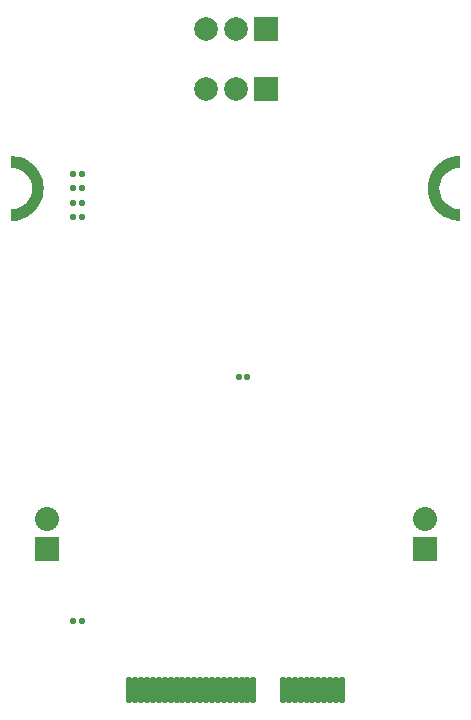
<source format=gbr>
%TF.GenerationSoftware,KiCad,Pcbnew,7.0.6*%
%TF.CreationDate,2023-08-17T07:33:22+09:30*%
%TF.ProjectId,spe-source,7370652d-736f-4757-9263-652e6b696361,V1.0*%
%TF.SameCoordinates,Original*%
%TF.FileFunction,Soldermask,Bot*%
%TF.FilePolarity,Negative*%
%FSLAX46Y46*%
G04 Gerber Fmt 4.6, Leading zero omitted, Abs format (unit mm)*
G04 Created by KiCad (PCBNEW 7.0.6) date 2023-08-17 07:33:22*
%MOMM*%
%LPD*%
G01*
G04 APERTURE LIST*
G04 Aperture macros list*
%AMRoundRect*
0 Rectangle with rounded corners*
0 $1 Rounding radius*
0 $2 $3 $4 $5 $6 $7 $8 $9 X,Y pos of 4 corners*
0 Add a 4 corners polygon primitive as box body*
4,1,4,$2,$3,$4,$5,$6,$7,$8,$9,$2,$3,0*
0 Add four circle primitives for the rounded corners*
1,1,$1+$1,$2,$3*
1,1,$1+$1,$4,$5*
1,1,$1+$1,$6,$7*
1,1,$1+$1,$8,$9*
0 Add four rect primitives between the rounded corners*
20,1,$1+$1,$2,$3,$4,$5,0*
20,1,$1+$1,$4,$5,$6,$7,0*
20,1,$1+$1,$6,$7,$8,$9,0*
20,1,$1+$1,$8,$9,$2,$3,0*%
G04 Aperture macros list end*
%ADD10R,2.000000X2.000000*%
%ADD11C,2.000000*%
%ADD12R,2.032000X2.032000*%
%ADD13O,2.032000X2.032000*%
%ADD14RoundRect,0.101600X-0.175000X-0.975000X0.175000X-0.975000X0.175000X0.975000X-0.175000X0.975000X0*%
%ADD15C,0.657200*%
%ADD16RoundRect,0.125000X-0.130000X0.125000X-0.130000X-0.125000X0.130000X-0.125000X0.130000X0.125000X0*%
%ADD17RoundRect,0.125000X0.130000X-0.125000X0.130000X0.125000X-0.130000X0.125000X-0.130000X-0.125000X0*%
G04 APERTURE END LIST*
%TO.C,X2*%
G36*
X100711752Y-57343704D02*
G01*
X101052379Y-57459331D01*
X101375000Y-57618430D01*
X101674094Y-57818278D01*
X101944544Y-58055456D01*
X102181722Y-58325906D01*
X102381570Y-58625000D01*
X102540669Y-58947621D01*
X102656296Y-59288248D01*
X102726473Y-59641053D01*
X102750000Y-60000000D01*
X102726473Y-60358947D01*
X102656296Y-60711752D01*
X102540669Y-61052379D01*
X102381570Y-61375000D01*
X102181722Y-61674094D01*
X101944544Y-61944544D01*
X101674094Y-62181722D01*
X101375000Y-62381570D01*
X101052379Y-62540669D01*
X100711752Y-62656296D01*
X100358947Y-62726473D01*
X100000000Y-62750000D01*
X100000000Y-61750000D01*
X100303884Y-61723414D01*
X100598535Y-61644462D01*
X100875000Y-61515544D01*
X101124878Y-61340578D01*
X101340578Y-61124878D01*
X101515544Y-60875000D01*
X101644462Y-60598535D01*
X101723414Y-60303884D01*
X101750000Y-60000000D01*
X101723414Y-59696116D01*
X101644462Y-59401465D01*
X101515544Y-59125000D01*
X101340578Y-58875122D01*
X101124878Y-58659422D01*
X100875000Y-58484456D01*
X100598535Y-58355538D01*
X100303884Y-58276586D01*
X100000000Y-58250000D01*
X100000000Y-57250000D01*
X100711752Y-57343704D01*
G37*
G36*
X138000000Y-58250000D02*
G01*
X137696116Y-58276586D01*
X137401465Y-58355538D01*
X137125000Y-58484456D01*
X136875122Y-58659422D01*
X136659422Y-58875122D01*
X136484456Y-59125000D01*
X136355538Y-59401465D01*
X136276586Y-59696116D01*
X136250000Y-60000000D01*
X136276586Y-60303884D01*
X136355538Y-60598535D01*
X136484456Y-60875000D01*
X136659422Y-61124878D01*
X136875122Y-61340578D01*
X137125000Y-61515544D01*
X137401465Y-61644462D01*
X137696116Y-61723414D01*
X138000000Y-61750000D01*
X138000000Y-62750000D01*
X137288248Y-62656296D01*
X136947621Y-62540669D01*
X136625000Y-62381570D01*
X136325906Y-62181722D01*
X136055456Y-61944544D01*
X135818278Y-61674094D01*
X135618430Y-61375000D01*
X135459331Y-61052379D01*
X135343704Y-60711752D01*
X135273527Y-60358947D01*
X135250000Y-60000000D01*
X135273527Y-59641053D01*
X135343704Y-59288248D01*
X135459331Y-58947621D01*
X135618430Y-58625000D01*
X135818278Y-58325906D01*
X136055456Y-58055456D01*
X136325906Y-57818278D01*
X136625000Y-57618430D01*
X136947621Y-57459331D01*
X137288248Y-57343704D01*
X137641053Y-57273527D01*
X138000000Y-57250000D01*
X138000000Y-58250000D01*
G37*
%TD*%
D10*
%TO.C,J1*%
X121540000Y-51580000D03*
X121540000Y-46500000D03*
D11*
X119000000Y-51580000D03*
X119000000Y-46500000D03*
X116460000Y-51580000D03*
X116460000Y-46500000D03*
%TD*%
D12*
%TO.C,P1*%
X135000000Y-90500000D03*
D13*
X135000000Y-87960000D03*
%TD*%
D14*
%TO.C,X2*%
X128000000Y-102475000D03*
X127500000Y-102475000D03*
X127000000Y-102475000D03*
X126500000Y-102475000D03*
X126000000Y-102475000D03*
X125500000Y-102475000D03*
X125000000Y-102475000D03*
X124500000Y-102475000D03*
X124000000Y-102475000D03*
X123500000Y-102475000D03*
X123000000Y-102475000D03*
X120500000Y-102475000D03*
X120000000Y-102475000D03*
X119500000Y-102475000D03*
X119000000Y-102475000D03*
X118500000Y-102475000D03*
X118000000Y-102475000D03*
X117500000Y-102475000D03*
X117000000Y-102475000D03*
X116500000Y-102475000D03*
X116000000Y-102475000D03*
X115500000Y-102475000D03*
X115000000Y-102475000D03*
X114500000Y-102475000D03*
X114000000Y-102475000D03*
X113500000Y-102475000D03*
X113000000Y-102475000D03*
X112500000Y-102475000D03*
X112000000Y-102475000D03*
X111500000Y-102475000D03*
X111000000Y-102475000D03*
X110500000Y-102475000D03*
X110000000Y-102475000D03*
D15*
X101000000Y-57900000D03*
X101000000Y-62100000D03*
X102300000Y-60000000D03*
X135700000Y-60000000D03*
X137000000Y-57900000D03*
X137000000Y-62100000D03*
%TD*%
D12*
%TO.C,P2*%
X103000000Y-90525000D03*
D13*
X103000000Y-87985000D03*
%TD*%
D16*
%TO.C,SL4*%
X119250000Y-76000000D03*
X119950000Y-76000000D03*
%TD*%
D17*
%TO.C,SL2*%
X105950000Y-96600000D03*
X105250000Y-96600000D03*
%TD*%
D16*
%TO.C,SL3*%
X105250000Y-58800000D03*
X105950000Y-58800000D03*
%TD*%
%TO.C,SL7*%
X105250000Y-61200000D03*
X105950000Y-61200000D03*
%TD*%
%TO.C,SL5*%
X105250000Y-62400000D03*
X105950000Y-62400000D03*
%TD*%
%TO.C,SL6*%
X105250000Y-60000000D03*
X105950000Y-60000000D03*
%TD*%
M02*

</source>
